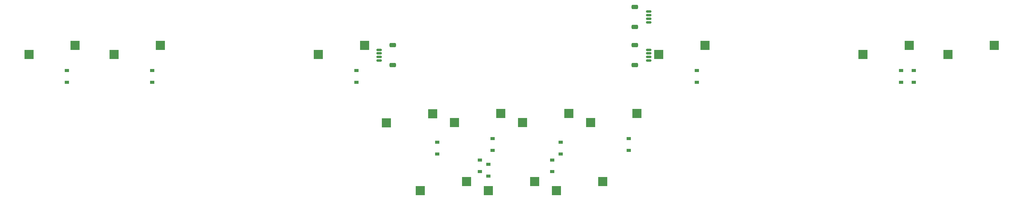
<source format=gbp>
G04 #@! TF.GenerationSoftware,KiCad,Pcbnew,7.0.1-0*
G04 #@! TF.CreationDate,2023-04-15T21:18:13+09:00*
G04 #@! TF.ProjectId,Sandy_Middle,53616e64-795f-44d6-9964-646c652e6b69,v.0*
G04 #@! TF.SameCoordinates,Original*
G04 #@! TF.FileFunction,Paste,Bot*
G04 #@! TF.FilePolarity,Positive*
%FSLAX46Y46*%
G04 Gerber Fmt 4.6, Leading zero omitted, Abs format (unit mm)*
G04 Created by KiCad (PCBNEW 7.0.1-0) date 2023-04-15 21:18:13*
%MOMM*%
%LPD*%
G01*
G04 APERTURE LIST*
G04 Aperture macros list*
%AMRoundRect*
0 Rectangle with rounded corners*
0 $1 Rounding radius*
0 $2 $3 $4 $5 $6 $7 $8 $9 X,Y pos of 4 corners*
0 Add a 4 corners polygon primitive as box body*
4,1,4,$2,$3,$4,$5,$6,$7,$8,$9,$2,$3,0*
0 Add four circle primitives for the rounded corners*
1,1,$1+$1,$2,$3*
1,1,$1+$1,$4,$5*
1,1,$1+$1,$6,$7*
1,1,$1+$1,$8,$9*
0 Add four rect primitives between the rounded corners*
20,1,$1+$1,$2,$3,$4,$5,0*
20,1,$1+$1,$4,$5,$6,$7,0*
20,1,$1+$1,$6,$7,$8,$9,0*
20,1,$1+$1,$8,$9,$2,$3,0*%
G04 Aperture macros list end*
%ADD10R,2.550000X2.500000*%
%ADD11RoundRect,0.150000X0.625000X-0.150000X0.625000X0.150000X-0.625000X0.150000X-0.625000X-0.150000X0*%
%ADD12RoundRect,0.250000X0.650000X-0.350000X0.650000X0.350000X-0.650000X0.350000X-0.650000X-0.350000X0*%
%ADD13R,1.200000X0.900000*%
%ADD14RoundRect,0.150000X-0.625000X0.150000X-0.625000X-0.150000X0.625000X-0.150000X0.625000X0.150000X0*%
%ADD15RoundRect,0.250000X-0.650000X0.350000X-0.650000X-0.350000X0.650000X-0.350000X0.650000X0.350000X0*%
G04 APERTURE END LIST*
D10*
X175898435Y-85185280D03*
X188825435Y-82645280D03*
X204473435Y-47085280D03*
X217400435Y-44545280D03*
X185423435Y-66135280D03*
X198350435Y-63595280D03*
X128273435Y-66160320D03*
X141200435Y-63620320D03*
X166373435Y-66135280D03*
X179300435Y-63595280D03*
X147323435Y-66135280D03*
X160250435Y-63595280D03*
X261623435Y-47085280D03*
X274550435Y-44545280D03*
X109223435Y-47085280D03*
X122150435Y-44545280D03*
X137798435Y-85185280D03*
X150725435Y-82645280D03*
X156848435Y-85185280D03*
X169775435Y-82645280D03*
X28260935Y-47085280D03*
X41187935Y-44545280D03*
X52073435Y-47085280D03*
X65000435Y-44545280D03*
X285435935Y-47085280D03*
X298362935Y-44545280D03*
D11*
X201652185Y-48744030D03*
X201652185Y-47744030D03*
X201652185Y-46744030D03*
X201652185Y-45744030D03*
D12*
X197777185Y-50044030D03*
X197777185Y-44444030D03*
D13*
X38917810Y-54847155D03*
X38917810Y-51547155D03*
X215130310Y-54847155D03*
X215130310Y-51547155D03*
X275852185Y-54847155D03*
X275852185Y-51547155D03*
X174649060Y-79850280D03*
X174649060Y-76550280D03*
X156789685Y-81040905D03*
X156789685Y-77740905D03*
X196080310Y-73897155D03*
X196080310Y-70597155D03*
X119880310Y-54847155D03*
X119880310Y-51547155D03*
X142502185Y-74897280D03*
X142502185Y-71597280D03*
X154408435Y-79850280D03*
X154408435Y-76550280D03*
X272280310Y-54847155D03*
X272280310Y-51547155D03*
D14*
X126214685Y-45744030D03*
X126214685Y-46744030D03*
X126214685Y-47744030D03*
X126214685Y-48744030D03*
D15*
X130089685Y-44444030D03*
X130089685Y-50044030D03*
D13*
X157980310Y-73880280D03*
X157980310Y-70580280D03*
D11*
X201652185Y-38028405D03*
X201652185Y-37028405D03*
X201652185Y-36028405D03*
X201652185Y-35028405D03*
D12*
X197777185Y-39328405D03*
X197777185Y-33728405D03*
D13*
X62730310Y-54847155D03*
X62730310Y-51547155D03*
X177030310Y-74901280D03*
X177030310Y-71601280D03*
M02*

</source>
